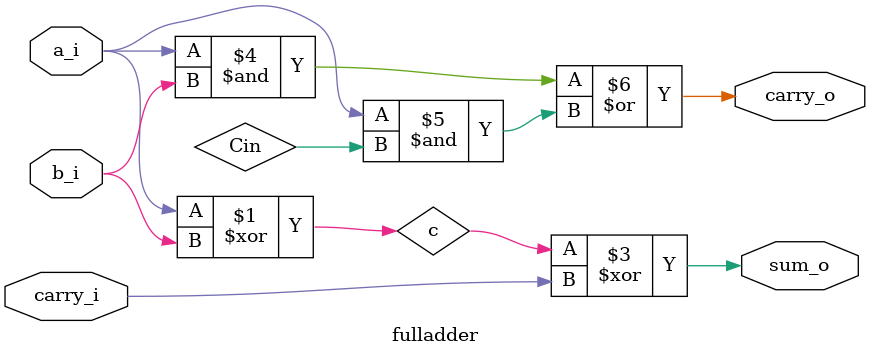
<source format=sv>
`timescale 1ns / 1ps


module fulladder(
  input  logic a_i,
  input  logic b_i,
  input  logic carry_i,
  output logic sum_o,
  output logic carry_o
  );
  
  logic Cin;
  logic c;
  logic d;
  logic m;
  
  assign c = a_i ^ b_i;
  assign d = c ^ carry_i;
  
  
  assign sum_o = c ^ carry_i;
  assign carry_o = (a_i & b_i)|(a_i & Cin);  
   
endmodule

</source>
